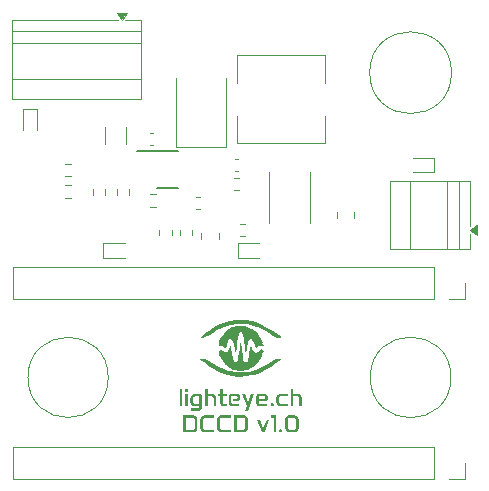
<source format=gbr>
%TF.GenerationSoftware,KiCad,Pcbnew,9.0.7-9.0.7~ubuntu24.04.1*%
%TF.CreationDate,2026-02-02T03:22:15+01:00*%
%TF.ProjectId,LaserDriver,4c617365-7244-4726-9976-65722e6b6963,rev?*%
%TF.SameCoordinates,Original*%
%TF.FileFunction,Legend,Top*%
%TF.FilePolarity,Positive*%
%FSLAX46Y46*%
G04 Gerber Fmt 4.6, Leading zero omitted, Abs format (unit mm)*
G04 Created by KiCad (PCBNEW 9.0.7-9.0.7~ubuntu24.04.1) date 2026-02-02 03:22:15*
%MOMM*%
%LPD*%
G01*
G04 APERTURE LIST*
%ADD10C,0.100000*%
%ADD11C,0.300000*%
%ADD12C,0.120000*%
%ADD13C,0.200000*%
%ADD14C,0.000000*%
G04 APERTURE END LIST*
D10*
X67465545Y-102200000D02*
G75*
G02*
X60534455Y-102200000I-3465545J0D01*
G01*
X60534455Y-102200000D02*
G75*
G02*
X67465545Y-102200000I3465545J0D01*
G01*
X38400000Y-128000000D02*
G75*
G02*
X31600000Y-128000000I-3400000J0D01*
G01*
X31600000Y-128000000D02*
G75*
G02*
X38400000Y-128000000I3400000J0D01*
G01*
X67417601Y-128000000D02*
G75*
G02*
X60582399Y-128000000I-3417601J0D01*
G01*
X60582399Y-128000000D02*
G75*
G02*
X67417601Y-128000000I3417601J0D01*
G01*
D11*
G36*
X45613422Y-131188336D02*
G01*
X45682670Y-131206924D01*
X45747493Y-131237794D01*
X45806338Y-131279328D01*
X45856140Y-131328850D01*
X45897610Y-131386996D01*
X45928453Y-131451175D01*
X45947053Y-131520045D01*
X45953389Y-131594816D01*
X45953389Y-132236320D01*
X45947082Y-132309747D01*
X45928511Y-132377807D01*
X45897610Y-132441667D01*
X45856153Y-132499432D01*
X45806354Y-132548591D01*
X45747493Y-132589770D01*
X45682701Y-132620326D01*
X45613449Y-132638736D01*
X45538573Y-132645000D01*
X44760965Y-132645000D01*
X44760965Y-132422891D01*
X44983073Y-132422891D01*
X45538573Y-132422891D01*
X45590173Y-132416622D01*
X45635407Y-132398315D01*
X45675868Y-132367479D01*
X45707435Y-132327602D01*
X45726039Y-132283366D01*
X45732380Y-132233206D01*
X45732380Y-131594816D01*
X45726023Y-131544035D01*
X45707401Y-131499348D01*
X45675868Y-131459170D01*
X45635362Y-131427951D01*
X45590130Y-131409447D01*
X45538573Y-131403116D01*
X44983073Y-131403116D01*
X44983073Y-132422891D01*
X44760965Y-132422891D01*
X44760965Y-131182015D01*
X45538573Y-131182015D01*
X45613422Y-131188336D01*
G37*
G36*
X46194274Y-131594816D02*
G01*
X46200704Y-131520089D01*
X46219597Y-131451194D01*
X46250969Y-131386905D01*
X46293113Y-131328753D01*
X46343441Y-131279259D01*
X46402643Y-131237794D01*
X46467888Y-131206939D01*
X46537683Y-131188344D01*
X46613211Y-131182015D01*
X47379462Y-131182015D01*
X47379462Y-131403116D01*
X46613211Y-131403116D01*
X46560895Y-131409455D01*
X46514961Y-131427973D01*
X46473810Y-131459170D01*
X46441663Y-131499474D01*
X46422738Y-131544160D01*
X46416290Y-131594816D01*
X46416290Y-132236320D01*
X46422673Y-132284946D01*
X46441528Y-132328316D01*
X46473810Y-132367937D01*
X46514883Y-132398478D01*
X46560822Y-132416658D01*
X46613211Y-132422891D01*
X47379462Y-132422891D01*
X47379462Y-132645000D01*
X46613211Y-132645000D01*
X46537630Y-132638787D01*
X46467827Y-132620545D01*
X46402643Y-132590320D01*
X46343404Y-132549509D01*
X46293084Y-132500711D01*
X46250969Y-132443316D01*
X46219521Y-132379708D01*
X46200667Y-132312109D01*
X46194274Y-132239343D01*
X46194274Y-131594816D01*
G37*
G36*
X47609905Y-131594816D02*
G01*
X47616336Y-131520089D01*
X47635228Y-131451194D01*
X47666600Y-131386905D01*
X47708745Y-131328753D01*
X47759073Y-131279259D01*
X47818275Y-131237794D01*
X47883520Y-131206939D01*
X47953315Y-131188344D01*
X48028843Y-131182015D01*
X48795094Y-131182015D01*
X48795094Y-131403116D01*
X48028843Y-131403116D01*
X47976527Y-131409455D01*
X47930592Y-131427973D01*
X47889441Y-131459170D01*
X47857295Y-131499474D01*
X47838369Y-131544160D01*
X47831922Y-131594816D01*
X47831922Y-132236320D01*
X47838305Y-132284946D01*
X47857160Y-132328316D01*
X47889441Y-132367937D01*
X47930515Y-132398478D01*
X47976454Y-132416658D01*
X48028843Y-132422891D01*
X48795094Y-132422891D01*
X48795094Y-132645000D01*
X48028843Y-132645000D01*
X47953262Y-132638787D01*
X47883459Y-132620545D01*
X47818275Y-132590320D01*
X47759036Y-132549509D01*
X47708716Y-132500711D01*
X47666600Y-132443316D01*
X47635152Y-132379708D01*
X47616299Y-132312109D01*
X47609905Y-132239343D01*
X47609905Y-131594816D01*
G37*
G36*
X49898419Y-131188336D02*
G01*
X49967666Y-131206924D01*
X50032489Y-131237794D01*
X50091334Y-131279328D01*
X50141137Y-131328850D01*
X50182607Y-131386996D01*
X50213449Y-131451175D01*
X50232049Y-131520045D01*
X50238386Y-131594816D01*
X50238386Y-132236320D01*
X50232078Y-132309747D01*
X50213508Y-132377807D01*
X50182607Y-132441667D01*
X50141150Y-132499432D01*
X50091351Y-132548591D01*
X50032489Y-132589770D01*
X49967697Y-132620326D01*
X49898445Y-132638736D01*
X49823570Y-132645000D01*
X49045962Y-132645000D01*
X49045962Y-132422891D01*
X49268070Y-132422891D01*
X49823570Y-132422891D01*
X49875169Y-132416622D01*
X49920404Y-132398315D01*
X49960865Y-132367479D01*
X49992432Y-132327602D01*
X50011035Y-132283366D01*
X50017376Y-132233206D01*
X50017376Y-131594816D01*
X50011020Y-131544035D01*
X49992398Y-131499348D01*
X49960865Y-131459170D01*
X49920358Y-131427951D01*
X49875126Y-131409447D01*
X49823570Y-131403116D01*
X49268070Y-131403116D01*
X49268070Y-132422891D01*
X49045962Y-132422891D01*
X49045962Y-131182015D01*
X49823570Y-131182015D01*
X49898419Y-131188336D01*
G37*
G36*
X51243689Y-131577597D02*
G01*
X51525515Y-132321225D01*
X51805326Y-131577597D01*
X52038975Y-131577597D01*
X51632035Y-132645000D01*
X51415880Y-132645000D01*
X51010040Y-131577597D01*
X51243689Y-131577597D01*
G37*
G36*
X52144029Y-131182015D02*
G01*
X52618196Y-131182015D01*
X52618196Y-132645000D01*
X52397096Y-132645000D01*
X52397096Y-131403116D01*
X52144029Y-131403116D01*
X52144029Y-131182015D01*
G37*
G36*
X52873094Y-132519062D02*
G01*
X52883045Y-132466708D01*
X52912845Y-132422800D01*
X52956836Y-132392926D01*
X53009199Y-132382957D01*
X53062377Y-132392868D01*
X53106010Y-132422250D01*
X53135392Y-132465884D01*
X53145303Y-132519062D01*
X53135388Y-132572319D01*
X53106010Y-132615965D01*
X53062377Y-132645347D01*
X53009199Y-132655258D01*
X52956829Y-132645310D01*
X52912845Y-132615507D01*
X52883047Y-132571510D01*
X52873094Y-132519062D01*
G37*
G36*
X54157010Y-131188356D02*
G01*
X54230016Y-131206973D01*
X54298251Y-131237794D01*
X54360532Y-131279459D01*
X54413034Y-131328984D01*
X54456612Y-131386905D01*
X54489197Y-131451316D01*
X54508764Y-131520195D01*
X54515414Y-131594816D01*
X54515414Y-132234214D01*
X54508781Y-132308228D01*
X54489232Y-132376811D01*
X54456612Y-132441209D01*
X54413069Y-132499164D01*
X54360885Y-132548526D01*
X54299259Y-132589862D01*
X54231703Y-132620286D01*
X54159041Y-132638710D01*
X54080081Y-132645000D01*
X53816757Y-132645000D01*
X53737790Y-132638720D01*
X53664938Y-132620303D01*
X53597030Y-132589862D01*
X53535079Y-132548520D01*
X53482560Y-132499155D01*
X53438669Y-132441209D01*
X53405785Y-132376784D01*
X53386090Y-132308204D01*
X53379410Y-132234214D01*
X53379410Y-131594816D01*
X53601427Y-131594816D01*
X53601427Y-132234214D01*
X53608342Y-132283206D01*
X53628901Y-132327060D01*
X53664533Y-132367387D01*
X53709304Y-132398103D01*
X53759503Y-132416545D01*
X53816757Y-132422891D01*
X54080081Y-132422891D01*
X54137379Y-132416529D01*
X54187382Y-132398077D01*
X54231756Y-132367387D01*
X54267108Y-132327093D01*
X54287531Y-132283237D01*
X54294405Y-132234214D01*
X54294405Y-131594816D01*
X54287442Y-131544537D01*
X54266830Y-131499876D01*
X54231298Y-131459170D01*
X54186525Y-131428185D01*
X54136013Y-131409545D01*
X54078066Y-131403116D01*
X53795233Y-131403116D01*
X53744325Y-131409409D01*
X53699222Y-131427878D01*
X53658396Y-131459170D01*
X53626588Y-131499380D01*
X53607826Y-131544066D01*
X53601427Y-131594816D01*
X53379410Y-131594816D01*
X53385794Y-131520068D01*
X53404541Y-131451201D01*
X53435647Y-131386996D01*
X53477435Y-131328823D01*
X53527399Y-131279301D01*
X53586222Y-131237794D01*
X53651104Y-131206921D01*
X53720383Y-131188335D01*
X53795233Y-131182015D01*
X54078066Y-131182015D01*
X54157010Y-131188356D01*
G37*
G36*
X44446716Y-128982015D02*
G01*
X44668733Y-128982015D01*
X44668733Y-130445000D01*
X44446716Y-130445000D01*
X44446716Y-128982015D01*
G37*
G36*
X44883697Y-129091558D02*
G01*
X44893645Y-129039189D01*
X44923448Y-128995204D01*
X44967439Y-128965330D01*
X45019802Y-128955362D01*
X45072227Y-128965338D01*
X45116155Y-128995204D01*
X45146029Y-129039196D01*
X45155998Y-129091558D01*
X45146029Y-129143921D01*
X45116155Y-129187912D01*
X45072234Y-129217707D01*
X45019802Y-129227663D01*
X44967432Y-129217714D01*
X44923448Y-129187912D01*
X44893645Y-129143928D01*
X44883697Y-129091558D01*
G37*
G36*
X44908335Y-129377597D02*
G01*
X45131360Y-129377597D01*
X45131360Y-130445000D01*
X44908335Y-130445000D01*
X44908335Y-129377597D01*
G37*
G36*
X45361162Y-129761639D02*
G01*
X45367080Y-129692207D01*
X45384455Y-129628257D01*
X45413277Y-129568656D01*
X45452062Y-129514629D01*
X45498470Y-129468537D01*
X45553136Y-129429804D01*
X45613444Y-129400898D01*
X45677803Y-129383508D01*
X45747309Y-129377597D01*
X46123382Y-129377597D01*
X46180944Y-129384813D01*
X46231925Y-129406010D01*
X46278080Y-129441986D01*
X46314056Y-129488140D01*
X46335252Y-129539122D01*
X46342468Y-129596683D01*
X46342468Y-130454342D01*
X46336556Y-130523847D01*
X46319164Y-130588174D01*
X46290261Y-130648423D01*
X46251464Y-130703074D01*
X46205052Y-130749485D01*
X46150402Y-130788283D01*
X46090095Y-130817192D01*
X46025766Y-130834581D01*
X45956320Y-130840490D01*
X45429763Y-130840490D01*
X45429763Y-130618473D01*
X45953206Y-130618473D01*
X45997607Y-130613070D01*
X46036599Y-130597280D01*
X46071542Y-130570662D01*
X46098891Y-130536304D01*
X46114977Y-130498312D01*
X46120451Y-130455349D01*
X46120451Y-129599614D01*
X45747309Y-129599614D01*
X45704256Y-129604973D01*
X45666066Y-129620716D01*
X45631447Y-129647424D01*
X45604537Y-129681758D01*
X45588620Y-129720074D01*
X45583178Y-129763745D01*
X45583178Y-130057844D01*
X45588569Y-130100822D01*
X45604443Y-130139140D01*
X45631447Y-130174073D01*
X45666138Y-130201386D01*
X45704322Y-130217437D01*
X45747309Y-130222891D01*
X46003306Y-130222891D01*
X46003306Y-130445000D01*
X45747309Y-130445000D01*
X45677799Y-130439098D01*
X45613439Y-130421737D01*
X45553136Y-130392884D01*
X45498497Y-130354072D01*
X45452087Y-130307804D01*
X45413277Y-130253483D01*
X45384435Y-130193473D01*
X45367069Y-130129301D01*
X45361162Y-130059859D01*
X45361162Y-129761639D01*
G37*
G36*
X46583353Y-128982015D02*
G01*
X46805369Y-128982015D01*
X46805369Y-129377597D01*
X47136471Y-129377597D01*
X47209323Y-129383525D01*
X47276548Y-129400920D01*
X47339254Y-129429713D01*
X47396376Y-129468627D01*
X47444640Y-129514918D01*
X47484792Y-129569114D01*
X47514840Y-129629187D01*
X47532884Y-129693341D01*
X47539014Y-129762738D01*
X47539014Y-130445000D01*
X47316997Y-130445000D01*
X47316997Y-129765760D01*
X47311139Y-129723838D01*
X47293598Y-129685526D01*
X47263050Y-129649531D01*
X47224721Y-129621640D01*
X47182955Y-129605195D01*
X47136471Y-129599614D01*
X46805369Y-129599614D01*
X46805369Y-130445000D01*
X46583353Y-130445000D01*
X46583353Y-128982015D01*
G37*
G36*
X47727875Y-129377597D02*
G01*
X47866177Y-129377597D01*
X47866177Y-128982015D01*
X48088286Y-128982015D01*
X48088286Y-129377597D01*
X48415174Y-129377597D01*
X48415174Y-129599614D01*
X48088286Y-129599614D01*
X48088286Y-130140826D01*
X48094746Y-130171790D01*
X48114572Y-130198620D01*
X48143364Y-130216783D01*
X48177587Y-130222891D01*
X48415174Y-130222891D01*
X48415174Y-130445000D01*
X48174473Y-130445000D01*
X48092960Y-130434667D01*
X48019867Y-130404150D01*
X47957010Y-130356291D01*
X47908126Y-130294515D01*
X47876764Y-130222269D01*
X47866177Y-130141833D01*
X47866177Y-129599614D01*
X47727875Y-129599614D01*
X47727875Y-129377597D01*
G37*
G36*
X48604218Y-129599797D02*
G01*
X48611770Y-129540969D01*
X48633941Y-129489141D01*
X48671629Y-129442444D01*
X48719823Y-129406305D01*
X48773205Y-129384903D01*
X48833562Y-129377597D01*
X49276222Y-129377597D01*
X49358620Y-129388224D01*
X49431927Y-129419546D01*
X49494656Y-129468582D01*
X49543576Y-129532295D01*
X49574929Y-129606444D01*
X49585525Y-129688915D01*
X49585525Y-129718682D01*
X49574932Y-129800129D01*
X49543576Y-129873288D01*
X49494739Y-129936116D01*
X49431927Y-129985029D01*
X49358625Y-130016281D01*
X49276222Y-130026886D01*
X48943380Y-130026886D01*
X48943380Y-129805877D01*
X49278237Y-129805877D01*
X49311308Y-129799459D01*
X49339236Y-129780140D01*
X49358169Y-129751651D01*
X49364516Y-129717583D01*
X49364516Y-129688915D01*
X49358122Y-129653996D01*
X49339236Y-129625443D01*
X49311301Y-129606052D01*
X49278237Y-129599614D01*
X48826235Y-129599614D01*
X48826235Y-130141833D01*
X48831947Y-130173059D01*
X48848949Y-130199169D01*
X48874226Y-130216979D01*
X48904270Y-130222891D01*
X49510695Y-130222891D01*
X49510695Y-130445000D01*
X48904270Y-130445000D01*
X48824723Y-130434688D01*
X48753145Y-130404150D01*
X48691887Y-130356264D01*
X48644518Y-130294424D01*
X48614387Y-130222490D01*
X48604218Y-130142841D01*
X48604218Y-129599797D01*
G37*
G36*
X49968559Y-129377597D02*
G01*
X50242233Y-130107944D01*
X50521952Y-129377597D01*
X50767050Y-129377597D01*
X50201200Y-130844611D01*
X49958300Y-130844611D01*
X50124355Y-130407264D01*
X49732803Y-129377597D01*
X49968559Y-129377597D01*
G37*
G36*
X50924037Y-129599797D02*
G01*
X50931589Y-129540969D01*
X50953759Y-129489141D01*
X50991448Y-129442444D01*
X51039642Y-129406305D01*
X51093024Y-129384903D01*
X51153381Y-129377597D01*
X51596040Y-129377597D01*
X51678439Y-129388224D01*
X51751745Y-129419546D01*
X51814475Y-129468582D01*
X51863395Y-129532295D01*
X51894747Y-129606444D01*
X51905343Y-129688915D01*
X51905343Y-129718682D01*
X51894750Y-129800129D01*
X51863395Y-129873288D01*
X51814558Y-129936116D01*
X51751745Y-129985029D01*
X51678444Y-130016281D01*
X51596040Y-130026886D01*
X51263198Y-130026886D01*
X51263198Y-129805877D01*
X51598055Y-129805877D01*
X51631126Y-129799459D01*
X51659055Y-129780140D01*
X51677988Y-129751651D01*
X51684334Y-129717583D01*
X51684334Y-129688915D01*
X51677941Y-129653996D01*
X51659055Y-129625443D01*
X51631119Y-129606052D01*
X51598055Y-129599614D01*
X51146053Y-129599614D01*
X51146053Y-130141833D01*
X51151766Y-130173059D01*
X51168768Y-130199169D01*
X51194044Y-130216979D01*
X51224089Y-130222891D01*
X51830513Y-130222891D01*
X51830513Y-130445000D01*
X51224089Y-130445000D01*
X51144542Y-130434688D01*
X51072964Y-130404150D01*
X51011705Y-130356264D01*
X50964337Y-130294424D01*
X50934206Y-130222490D01*
X50924037Y-130142841D01*
X50924037Y-129599797D01*
G37*
G36*
X52130841Y-130319062D02*
G01*
X52140792Y-130266708D01*
X52170591Y-130222800D01*
X52214582Y-130192926D01*
X52266945Y-130182957D01*
X52320123Y-130192868D01*
X52363757Y-130222250D01*
X52393138Y-130265884D01*
X52403049Y-130319062D01*
X52393134Y-130372319D01*
X52363757Y-130415965D01*
X52320123Y-130445347D01*
X52266945Y-130455258D01*
X52214575Y-130445310D01*
X52170591Y-130415507D01*
X52140793Y-130371510D01*
X52130841Y-130319062D01*
G37*
G36*
X52626898Y-129763745D02*
G01*
X52632960Y-129694372D01*
X52650818Y-129630054D01*
X52680570Y-129569664D01*
X52720399Y-129515032D01*
X52767987Y-129468577D01*
X52824002Y-129429713D01*
X52885688Y-129400901D01*
X52951753Y-129383517D01*
X53023304Y-129377597D01*
X53623592Y-129377597D01*
X53623592Y-129599614D01*
X53023304Y-129599614D01*
X52977500Y-129605125D01*
X52936946Y-129621271D01*
X52900297Y-129648524D01*
X52871530Y-129683719D01*
X52854653Y-129722666D01*
X52848914Y-129766768D01*
X52848914Y-130054730D01*
X52854590Y-130098888D01*
X52871293Y-130138028D01*
X52899748Y-130173524D01*
X52936165Y-130200982D01*
X52976878Y-130217300D01*
X53023304Y-130222891D01*
X53623592Y-130222891D01*
X53623592Y-130445000D01*
X53023304Y-130445000D01*
X52951775Y-130439032D01*
X52885714Y-130421500D01*
X52824002Y-130392426D01*
X52767998Y-130353213D01*
X52720406Y-130306424D01*
X52680570Y-130251468D01*
X52650804Y-130190726D01*
X52632952Y-130126189D01*
X52626898Y-130056745D01*
X52626898Y-129763745D01*
G37*
G36*
X53853485Y-128982015D02*
G01*
X54075502Y-128982015D01*
X54075502Y-129377597D01*
X54406604Y-129377597D01*
X54479456Y-129383525D01*
X54546680Y-129400920D01*
X54609386Y-129429713D01*
X54666508Y-129468627D01*
X54714772Y-129514918D01*
X54754925Y-129569114D01*
X54784973Y-129629187D01*
X54803016Y-129693341D01*
X54809147Y-129762738D01*
X54809147Y-130445000D01*
X54587130Y-130445000D01*
X54587130Y-129765760D01*
X54581272Y-129723838D01*
X54563730Y-129685526D01*
X54533183Y-129649531D01*
X54494854Y-129621640D01*
X54453088Y-129605195D01*
X54406604Y-129599614D01*
X54075502Y-129599614D01*
X54075502Y-130445000D01*
X53853485Y-130445000D01*
X53853485Y-128982015D01*
G37*
D12*
%TO.C,C105*%
X45859420Y-112740000D02*
X46140580Y-112740000D01*
X45859420Y-113760000D02*
X46140580Y-113760000D01*
%TO.C,D102*%
X64200000Y-110610000D02*
X66015000Y-110610000D01*
X66015000Y-109390000D02*
X64200000Y-109390000D01*
X66015000Y-110610000D02*
X66015000Y-109390000D01*
%TO.C,R111*%
X34730242Y-109902500D02*
X35204758Y-109902500D01*
X34730242Y-110947500D02*
X35204758Y-110947500D01*
%TO.C,R105*%
X52040000Y-114927064D02*
X52040000Y-110572936D01*
X55460000Y-114927064D02*
X55460000Y-110572936D01*
%TO.C,D103*%
X37985000Y-116640000D02*
X37985000Y-117860000D01*
X37985000Y-117860000D02*
X39800000Y-117860000D01*
X39800000Y-116640000D02*
X37985000Y-116640000D01*
%TO.C,R108*%
X42727500Y-115987258D02*
X42727500Y-115512742D01*
X43772500Y-115987258D02*
X43772500Y-115512742D01*
%TO.C,C106*%
X46265000Y-116261252D02*
X46265000Y-115738748D01*
X47735000Y-116261252D02*
X47735000Y-115738748D01*
%TO.C,R110*%
X39152500Y-112047742D02*
X39152500Y-112522258D01*
X40197500Y-112047742D02*
X40197500Y-112522258D01*
%TO.C,D100*%
X31175000Y-105270000D02*
X31175000Y-107085000D01*
X32395000Y-105270000D02*
X31175000Y-105270000D01*
X32395000Y-107085000D02*
X32395000Y-105270000D01*
%TO.C,R109*%
X37120000Y-112047742D02*
X37120000Y-112522258D01*
X38165000Y-112047742D02*
X38165000Y-112522258D01*
%TO.C,L100*%
X49325000Y-100735000D02*
X56725000Y-100735000D01*
X49325000Y-103035000D02*
X49325000Y-100735000D01*
X49325000Y-108135000D02*
X49325000Y-105835000D01*
X56725000Y-100735000D02*
X56725000Y-103035000D01*
X56725000Y-105835000D02*
X56725000Y-108135000D01*
X56725000Y-108135000D02*
X49325000Y-108135000D01*
%TO.C,C103*%
X41909420Y-107275000D02*
X42190580Y-107275000D01*
X41909420Y-108295000D02*
X42190580Y-108295000D01*
%TO.C,C104*%
X57765000Y-113988748D02*
X57765000Y-114511252D01*
X59235000Y-113988748D02*
X59235000Y-114511252D01*
%TO.C,R106*%
X44477500Y-115987258D02*
X44477500Y-115512742D01*
X45522500Y-115987258D02*
X45522500Y-115512742D01*
%TO.C,R103*%
X41970242Y-112512500D02*
X42444758Y-112512500D01*
X41970242Y-113557500D02*
X42444758Y-113557500D01*
%TO.C,J100*%
X30280000Y-97730000D02*
X39240000Y-97730000D01*
X30280000Y-104470000D02*
X30280000Y-97730000D01*
X39840000Y-97730000D02*
X41180000Y-97730000D01*
X41180000Y-97730000D02*
X41180000Y-104470000D01*
X41180000Y-98650000D02*
X30280000Y-98650000D01*
X41180000Y-99650000D02*
X30280000Y-99650000D01*
X41180000Y-102750000D02*
X30280000Y-102750000D01*
X41180000Y-104470000D02*
X30280000Y-104470000D01*
X39540000Y-97730000D02*
X39100000Y-97120000D01*
X39980000Y-97120000D01*
X39540000Y-97730000D01*
G36*
X39540000Y-97730000D02*
G01*
X39100000Y-97120000D01*
X39980000Y-97120000D01*
X39540000Y-97730000D01*
G37*
%TO.C,J103*%
X30350000Y-133910000D02*
X30350000Y-136570000D01*
X65970000Y-133910000D02*
X30350000Y-133910000D01*
X65970000Y-133910000D02*
X65970000Y-136570000D01*
X65970000Y-136570000D02*
X30350000Y-136570000D01*
X68570000Y-135240000D02*
X68570000Y-136570000D01*
X68570000Y-136570000D02*
X67240000Y-136570000D01*
%TO.C,J101*%
X62247500Y-111345000D02*
X68987500Y-111345000D01*
X62247500Y-117165000D02*
X62247500Y-111345000D01*
X63967500Y-117165000D02*
X63967500Y-111345000D01*
X67067500Y-117165000D02*
X67067500Y-111345000D01*
X68067500Y-117165000D02*
X68067500Y-111345000D01*
X68987500Y-111345000D02*
X68987500Y-115225000D01*
X68987500Y-115825000D02*
X68987500Y-117165000D01*
X68987500Y-117165000D02*
X62247500Y-117165000D01*
X69597500Y-115965000D02*
X68987500Y-115525000D01*
X69597500Y-115085000D01*
X69597500Y-115965000D01*
G36*
X69597500Y-115965000D02*
G01*
X68987500Y-115525000D01*
X69597500Y-115085000D01*
X69597500Y-115965000D01*
G37*
%TO.C,D101*%
X44100000Y-108460000D02*
X44100000Y-102650000D01*
X44100000Y-108460000D02*
X48400000Y-108460000D01*
X48400000Y-108460000D02*
X48400000Y-102650000D01*
%TO.C,C102*%
X49109420Y-109490000D02*
X49390580Y-109490000D01*
X49109420Y-110510000D02*
X49390580Y-110510000D01*
%TO.C,C100*%
X38090000Y-108211252D02*
X38090000Y-106788748D01*
X39910000Y-108211252D02*
X39910000Y-106788748D01*
%TO.C,R112*%
X34762742Y-111727500D02*
X35237258Y-111727500D01*
X34762742Y-112772500D02*
X35237258Y-112772500D01*
D13*
%TO.C,U100*%
X40842501Y-108835000D02*
X44342502Y-108835000D01*
X42542500Y-111934998D02*
X44342502Y-111934998D01*
D12*
%TO.C,J102*%
X30350000Y-118670000D02*
X30350000Y-121330000D01*
X65970000Y-118670000D02*
X30350000Y-118670000D01*
X65970000Y-118670000D02*
X65970000Y-121330000D01*
X65970000Y-121330000D02*
X30350000Y-121330000D01*
X68570000Y-120000000D02*
X68570000Y-121330000D01*
X68570000Y-121330000D02*
X67240000Y-121330000D01*
%TO.C,R104*%
X49012742Y-111102500D02*
X49487258Y-111102500D01*
X49012742Y-112147500D02*
X49487258Y-112147500D01*
D14*
%TO.C,G\u002A\u002A\u002A*%
G36*
X50027718Y-123134157D02*
G01*
X50543454Y-123217710D01*
X50942652Y-123341887D01*
X51398282Y-123534513D01*
X51874126Y-123777639D01*
X52333962Y-124053319D01*
X52602058Y-124237766D01*
X53108791Y-124608038D01*
X52852469Y-124626886D01*
X52703473Y-124625325D01*
X52560030Y-124587212D01*
X52386654Y-124498494D01*
X52157770Y-124351771D01*
X51756254Y-124095351D01*
X51403465Y-123902611D01*
X51054746Y-123751625D01*
X50672359Y-123622571D01*
X50205880Y-123521583D01*
X49690377Y-123477268D01*
X49180700Y-123491526D01*
X48769888Y-123556597D01*
X48424351Y-123665037D01*
X48023115Y-123829324D01*
X47611076Y-124028302D01*
X47233130Y-124240817D01*
X47020198Y-124381054D01*
X46790073Y-124531876D01*
X46608584Y-124611472D01*
X46433786Y-124637184D01*
X46400100Y-124637431D01*
X46141210Y-124635153D01*
X46331235Y-124473187D01*
X46576439Y-124283109D01*
X46888796Y-124067835D01*
X47229745Y-123851532D01*
X47560725Y-123658366D01*
X47843176Y-123512505D01*
X47914925Y-123480641D01*
X48619758Y-123246386D01*
X49328591Y-123130434D01*
X50027718Y-123134157D01*
G37*
G36*
X46578113Y-126433475D02*
G01*
X46755334Y-126502186D01*
X46973707Y-126639028D01*
X47020198Y-126671930D01*
X47349837Y-126881634D01*
X47743829Y-127092061D01*
X48157279Y-127282054D01*
X48545290Y-127430460D01*
X48769888Y-127496387D01*
X49226939Y-127565349D01*
X49739503Y-127574013D01*
X50252730Y-127524282D01*
X50672359Y-127430413D01*
X51060645Y-127299112D01*
X51409072Y-127147621D01*
X51762298Y-126954017D01*
X52157770Y-126701214D01*
X52393658Y-126550353D01*
X52565378Y-126463655D01*
X52708414Y-126427066D01*
X52852469Y-126426098D01*
X53108791Y-126444946D01*
X52602058Y-126815218D01*
X52171320Y-127102281D01*
X51701492Y-127368229D01*
X51228793Y-127595113D01*
X50789444Y-127764988D01*
X50543454Y-127835275D01*
X50019886Y-127914716D01*
X49457554Y-127926318D01*
X48909378Y-127871504D01*
X48516522Y-127780770D01*
X48246897Y-127693542D01*
X47988335Y-127602530D01*
X47794845Y-127526781D01*
X47788093Y-127523844D01*
X47599899Y-127426878D01*
X47344144Y-127276032D01*
X47054732Y-127093275D01*
X46765566Y-126900577D01*
X46510552Y-126719909D01*
X46331235Y-126579797D01*
X46141210Y-126417831D01*
X46400100Y-126415553D01*
X46578113Y-126433475D01*
G37*
G36*
X49763596Y-123619065D02*
G01*
X49941709Y-123641512D01*
X50123868Y-123698558D01*
X50342165Y-123797997D01*
X50572748Y-123924466D01*
X50791764Y-124062600D01*
X50975362Y-124197033D01*
X51099690Y-124312401D01*
X51140896Y-124393339D01*
X51133110Y-124408989D01*
X51148686Y-124458647D01*
X51199112Y-124486501D01*
X51270185Y-124546074D01*
X51267781Y-124583005D01*
X51280267Y-124635827D01*
X51303554Y-124639709D01*
X51344860Y-124678294D01*
X51335225Y-124703051D01*
X51342348Y-124761325D01*
X51366896Y-124766393D01*
X51409664Y-124803811D01*
X51401271Y-124825357D01*
X51408594Y-124907036D01*
X51426438Y-124922398D01*
X51463100Y-125005662D01*
X51454823Y-125047051D01*
X51463201Y-125148652D01*
X51489261Y-125175444D01*
X51563959Y-125259632D01*
X51531808Y-125328012D01*
X51412167Y-125353829D01*
X51363349Y-125349458D01*
X51162085Y-125365963D01*
X51023935Y-125458060D01*
X50878093Y-125595072D01*
X50797238Y-125291580D01*
X50697616Y-124994099D01*
X50587657Y-124796914D01*
X50474673Y-124706759D01*
X50365975Y-124730371D01*
X50291998Y-124826165D01*
X50251593Y-124944450D01*
X50202714Y-125149436D01*
X50154306Y-125402346D01*
X50142221Y-125475417D01*
X50105083Y-125694780D01*
X50074449Y-125827261D01*
X50046850Y-125866188D01*
X50018817Y-125804888D01*
X49986883Y-125636686D01*
X49947578Y-125354912D01*
X49905692Y-125020377D01*
X49855638Y-124653802D01*
X49806905Y-124397781D01*
X49754509Y-124236344D01*
X49693466Y-124153518D01*
X49628797Y-124132976D01*
X49551566Y-124156757D01*
X49487056Y-124237987D01*
X49430778Y-124391496D01*
X49378241Y-124632117D01*
X49324953Y-124974678D01*
X49287756Y-125259282D01*
X49179662Y-126126622D01*
X49099432Y-125571724D01*
X49039065Y-125206042D01*
X48977286Y-124952472D01*
X48908055Y-124796527D01*
X48825329Y-124723722D01*
X48742564Y-124715986D01*
X48654407Y-124760970D01*
X48576854Y-124883473D01*
X48495168Y-125107018D01*
X48492737Y-125114772D01*
X48428035Y-125315809D01*
X48377551Y-125461799D01*
X48354314Y-125517118D01*
X48295022Y-125501659D01*
X48189816Y-125437941D01*
X48027511Y-125360357D01*
X47900682Y-125336467D01*
X47776635Y-125297592D01*
X47745723Y-125176135D01*
X47755580Y-125114772D01*
X47783045Y-124991927D01*
X47783904Y-124988088D01*
X47867756Y-124771922D01*
X48015972Y-124523473D01*
X48196550Y-124292688D01*
X48289382Y-124199159D01*
X48446220Y-124055950D01*
X48571926Y-123939128D01*
X48614385Y-123898461D01*
X48699171Y-123852287D01*
X48730677Y-123861512D01*
X48766433Y-123851407D01*
X48769888Y-123823087D01*
X48807045Y-123775400D01*
X48833230Y-123784597D01*
X48891504Y-123777473D01*
X48896571Y-123752926D01*
X48933990Y-123710157D01*
X48955536Y-123718550D01*
X49036478Y-123713551D01*
X49049394Y-123698535D01*
X49136387Y-123655405D01*
X49310472Y-123626118D01*
X49532569Y-123613172D01*
X49763596Y-123619065D01*
G37*
G36*
X49725922Y-125763407D02*
G01*
X49770438Y-126078659D01*
X49812882Y-126349815D01*
X49848971Y-126551444D01*
X49874420Y-126658112D01*
X49877986Y-126666025D01*
X49977472Y-126728924D01*
X50105106Y-126708155D01*
X50206546Y-126616201D01*
X50220024Y-126587465D01*
X50253496Y-126461006D01*
X50296230Y-126247829D01*
X50340684Y-125986779D01*
X50355338Y-125890707D01*
X50397282Y-125644366D01*
X50440254Y-125454284D01*
X50477355Y-125348793D01*
X50490311Y-125336467D01*
X50537071Y-125388123D01*
X50543454Y-125434625D01*
X50571347Y-125557383D01*
X50638590Y-125716744D01*
X50640093Y-125719663D01*
X50769869Y-125868298D01*
X50927977Y-125906571D01*
X51082554Y-125832112D01*
X51145099Y-125757232D01*
X51261091Y-125646009D01*
X51399926Y-125637932D01*
X51523359Y-125699045D01*
X51554897Y-125793625D01*
X51489261Y-125877540D01*
X51447151Y-125964174D01*
X51454823Y-126005933D01*
X51449871Y-126105414D01*
X51426438Y-126130586D01*
X51392847Y-126206668D01*
X51401271Y-126227627D01*
X51390240Y-126282493D01*
X51366896Y-126286592D01*
X51325590Y-126325177D01*
X51335225Y-126349934D01*
X51328101Y-126408208D01*
X51303554Y-126413275D01*
X51259918Y-126449413D01*
X51267781Y-126469980D01*
X51249498Y-126535984D01*
X51199112Y-126566483D01*
X51129441Y-126616939D01*
X51133110Y-126643995D01*
X51113734Y-126703973D01*
X51012264Y-126809949D01*
X50854921Y-126942219D01*
X50667925Y-127081081D01*
X50477496Y-127206831D01*
X50309855Y-127299764D01*
X50210911Y-127336992D01*
X50147569Y-127360761D01*
X50080656Y-127382097D01*
X50005050Y-127398715D01*
X49848414Y-127429662D01*
X49687982Y-127461696D01*
X49544227Y-127479067D01*
X49465004Y-127467325D01*
X49464859Y-127467182D01*
X49384161Y-127432623D01*
X49232868Y-127392194D01*
X49065609Y-127359190D01*
X48975748Y-127348130D01*
X48901960Y-127306603D01*
X48896571Y-127285763D01*
X48857140Y-127257815D01*
X48833230Y-127268388D01*
X48775588Y-127258469D01*
X48769888Y-127229898D01*
X48746726Y-127182265D01*
X48730677Y-127191473D01*
X48659988Y-127188248D01*
X48614385Y-127154523D01*
X48524533Y-127069491D01*
X48380601Y-126936839D01*
X48289382Y-126853826D01*
X48089775Y-126636732D01*
X47927752Y-126392022D01*
X47812806Y-126144759D01*
X47754431Y-125920010D01*
X47762121Y-125742838D01*
X47831785Y-125645746D01*
X47937106Y-125651373D01*
X48081488Y-125756196D01*
X48266224Y-125886721D01*
X48421880Y-125894744D01*
X48550431Y-125779575D01*
X48648281Y-125558489D01*
X48695417Y-125416193D01*
X48731706Y-125340783D01*
X48762784Y-125343227D01*
X48794287Y-125434494D01*
X48831852Y-125625553D01*
X48881116Y-125927373D01*
X48900214Y-126048776D01*
X48963839Y-126381856D01*
X49034158Y-126597395D01*
X49116238Y-126704526D01*
X49215147Y-126712382D01*
X49257076Y-126691924D01*
X49315360Y-126625860D01*
X49369147Y-126493689D01*
X49421410Y-126282093D01*
X49475118Y-125977758D01*
X49533243Y-125567366D01*
X49566549Y-125304797D01*
X49613386Y-124924747D01*
X49725922Y-125763407D01*
G37*
D12*
%TO.C,D104*%
X49385000Y-116640000D02*
X49385000Y-117860000D01*
X49385000Y-117860000D02*
X51200000Y-117860000D01*
X51200000Y-116640000D02*
X49385000Y-116640000D01*
%TO.C,R107*%
X49512742Y-114977500D02*
X49987258Y-114977500D01*
X49512742Y-116022500D02*
X49987258Y-116022500D01*
%TD*%
M02*

</source>
